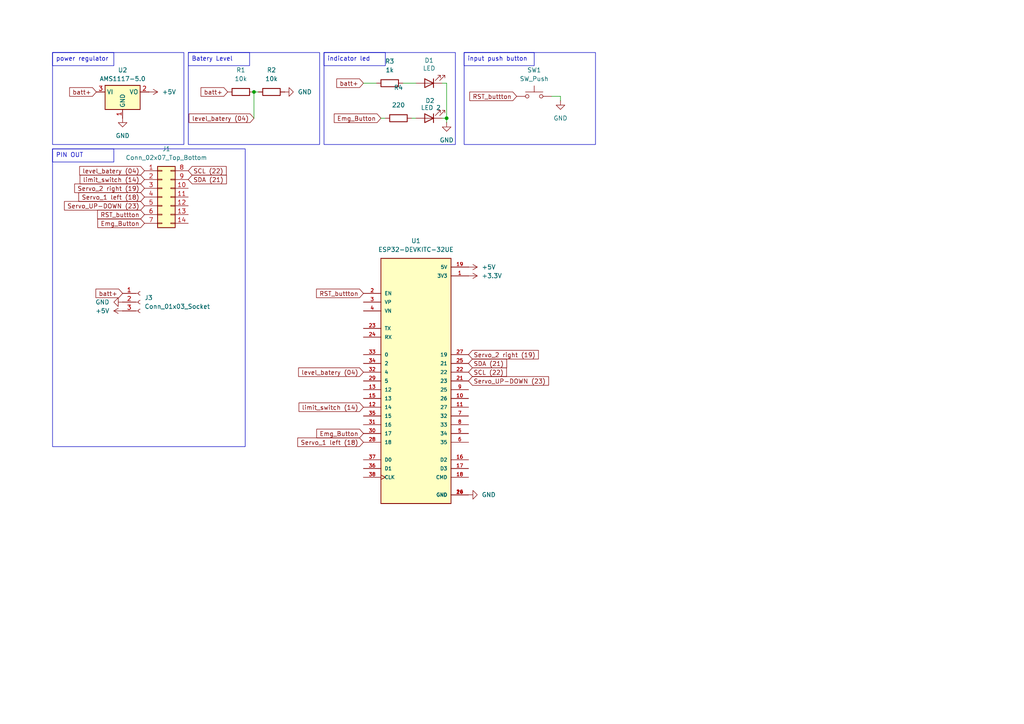
<source format=kicad_sch>
(kicad_sch (version 20250114) (generator "eeschema") (generator_version "9.0")
  (paper "A4")
  (lib_symbols
    (symbol "Connector:Conn_01x03_Socket" (pin_names (offset 1.016) (hide yes))
      (property "Reference" "J" (at 0 5.08 0))
      (property "Value" "Conn_01x03_Socket" (at 0 -5.08 0))
      (symbol "Conn_01x03_Socket_1_1"
        (polyline (pts (xy -1.27 2.54) (xy -0.508 2.54)) (stroke (width 0.1524)))
        (polyline (pts (xy -1.27 0) (xy -0.508 0)) (stroke (width 0.1524)))
        (polyline (pts (xy -1.27 -2.54) (xy -0.508 -2.54)) (stroke (width 0.1524)))
        (arc (start 0 2.032) (mid -0.5058 2.54) (end 0 3.048) (stroke (width 0.1524)))
        (arc (start 0 -0.508) (mid -0.5058 0) (end 0 0.508) (stroke (width 0.1524)))
        (arc (start 0 -3.048) (mid -0.5058 -2.54) (end 0 -2.032) (stroke (width 0.1524)))
        (pin passive line (at -5.08 2.54 0) (length 3.81) (name "Pin_1") (number "1"))
        (pin passive line (at -5.08 0 0) (length 3.81) (name "Pin_2") (number "2"))
        (pin passive line (at -5.08 -2.54 0) (length 3.81) (name "Pin_3") (number "3"))
      )
    )
    (symbol "Connector_Generic:Conn_02x07_Top_Bottom" (pin_names (offset 1.016) (hide yes))
      (property "Reference" "J" (at 1.27 10.16 0))
      (property "Value" "Conn_02x07_Top_Bottom" (at 1.27 -10.16 0))
      (symbol "Conn_02x07_Top_Bottom_1_1"
        (rectangle (start -1.27 8.89) (end 3.81 -8.89) (stroke (width 0.254)) (fill (type background)))
        (rectangle (start -1.27 7.747) (end 0 7.493) (stroke (width 0.1524)))
        (rectangle (start -1.27 5.207) (end 0 4.953) (stroke (width 0.1524)))
        (rectangle (start -1.27 2.667) (end 0 2.413) (stroke (width 0.1524)))
        (rectangle (start -1.27 0.127) (end 0 -0.127) (stroke (width 0.1524)))
        (rectangle (start -1.27 -2.413) (end 0 -2.667) (stroke (width 0.1524)))
        (rectangle (start -1.27 -4.953) (end 0 -5.207) (stroke (width 0.1524)))
        (rectangle (start -1.27 -7.493) (end 0 -7.747) (stroke (width 0.1524)))
        (rectangle (start 3.81 7.747) (end 2.54 7.493) (stroke (width 0.1524)))
        (rectangle (start 3.81 5.207) (end 2.54 4.953) (stroke (width 0.1524)))
        (rectangle (start 3.81 2.667) (end 2.54 2.413) (stroke (width 0.1524)))
        (rectangle (start 3.81 0.127) (end 2.54 -0.127) (stroke (width 0.1524)))
        (rectangle (start 3.81 -2.413) (end 2.54 -2.667) (stroke (width 0.1524)))
        (rectangle (start 3.81 -4.953) (end 2.54 -5.207) (stroke (width 0.1524)))
        (rectangle (start 3.81 -7.493) (end 2.54 -7.747) (stroke (width 0.1524)))
        (pin passive line (at -5.08 7.62 0) (length 3.81) (name "Pin_1") (number "1"))
        (pin passive line (at -5.08 5.08 0) (length 3.81) (name "Pin_2") (number "2"))
        (pin passive line (at -5.08 2.54 0) (length 3.81) (name "Pin_3") (number "3"))
        (pin passive line (at -5.08 0 0) (length 3.81) (name "Pin_4") (number "4"))
        (pin passive line (at -5.08 -2.54 0) (length 3.81) (name "Pin_5") (number "5"))
        (pin passive line (at -5.08 -5.08 0) (length 3.81) (name "Pin_6") (number "6"))
        (pin passive line (at -5.08 -7.62 0) (length 3.81) (name "Pin_7") (number "7"))
        (pin passive line (at 7.62 7.62 180) (length 3.81) (name "Pin_8") (number "8"))
        (pin passive line (at 7.62 5.08 180) (length 3.81) (name "Pin_9") (number "9"))
        (pin passive line (at 7.62 2.54 180) (length 3.81) (name "Pin_10") (number "10"))
        (pin passive line (at 7.62 0 180) (length 3.81) (name "Pin_11") (number "11"))
        (pin passive line (at 7.62 -2.54 180) (length 3.81) (name "Pin_12") (number "12"))
        (pin passive line (at 7.62 -5.08 180) (length 3.81) (name "Pin_13") (number "13"))
        (pin passive line (at 7.62 -7.62 180) (length 3.81) (name "Pin_14") (number "14"))
      )
    )
    (symbol "Device:LED" (pin_numbers (hide yes)) (pin_names (offset 1.016) (hide yes))
      (property "Reference" "D" (at 0 2.54 0))
      (property "Value" "LED" (at 0 -2.54 0))
      (symbol "LED_0_1"
        (polyline (pts (xy -3.048 -0.762) (xy -4.572 -2.286) (xy -3.81 -2.286) (xy -4.572 -2.286) (xy -4.572 -1.524)))
        (polyline (pts (xy -1.778 -0.762) (xy -3.302 -2.286) (xy -2.54 -2.286) (xy -3.302 -2.286) (xy -3.302 -1.524)))
        (polyline (pts (xy -1.27 0) (xy 1.27 0)))
        (polyline (pts (xy -1.27 -1.27) (xy -1.27 1.27)) (stroke (width 0.254)))
        (polyline (pts (xy 1.27 -1.27) (xy 1.27 1.27) (xy -1.27 0) (xy 1.27 -1.27)) (stroke (width 0.254)))
      )
      (symbol "LED_1_1"
        (pin passive line (at -3.81 0 0) (length 2.54) (name "K") (number "1"))
        (pin passive line (at 3.81 0 180) (length 2.54) (name "A") (number "2"))
      )
    )
    (symbol "Device:R" (pin_numbers (hide yes)) (pin_names (offset 0))
      (property "Reference" "R" (at 2.032 0 90))
      (property "Value" "R" (at 0 0 90))
      (symbol "R_0_1"
        (rectangle (start -1.016 -2.54) (end 1.016 2.54) (stroke (width 0.254)))
      )
      (symbol "R_1_1"
        (pin passive line (at 0 3.81 270) (length 1.27) (name "~") (number "1"))
        (pin passive line (at 0 -3.81 90) (length 1.27) (name "~") (number "2"))
      )
    )
    (symbol "ESP32-DEVKITC-32UE:ESP32-DEVKITC-32UE" (pin_names (offset 1.016))
      (property "Reference" "U" (at -10.16 36.83 0))
      (property "Value" "ESP32-DEVKITC-32UE" (at -10.16 -38.1 0))
      (symbol "ESP32-DEVKITC-32UE_0_0"
        (rectangle (start -10.16 -35.56) (end 10.16 35.56) (stroke (width 0.254)) (fill (type background)))
        (pin input line (at -15.24 25.4 0) (length 5.08) (name "EN") (number "2"))
        (pin input line (at -15.24 22.86 0) (length 5.08) (name "VP") (number "3"))
        (pin input line (at -15.24 20.32 0) (length 5.08) (name "VN") (number "4"))
        (pin bidirectional line (at -15.24 15.24 0) (length 5.08) (name "TX") (number "23"))
        (pin bidirectional line (at -15.24 12.7 0) (length 5.08) (name "RX") (number "24"))
        (pin bidirectional line (at -15.24 7.62 0) (length 5.08) (name "0") (number "33"))
        (pin bidirectional line (at -15.24 5.08 0) (length 5.08) (name "2") (number "34"))
        (pin bidirectional line (at -15.24 2.54 0) (length 5.08) (name "4") (number "32"))
        (pin bidirectional line (at -15.24 0 0) (length 5.08) (name "5") (number "29"))
        (pin bidirectional line (at -15.24 -2.54 0) (length 5.08) (name "12") (number "13"))
        (pin bidirectional line (at -15.24 -5.08 0) (length 5.08) (name "13") (number "15"))
        (pin bidirectional line (at -15.24 -7.62 0) (length 5.08) (name "14") (number "12"))
        (pin bidirectional line (at -15.24 -10.16 0) (length 5.08) (name "15") (number "35"))
        (pin bidirectional line (at -15.24 -12.7 0) (length 5.08) (name "16") (number "31"))
        (pin bidirectional line (at -15.24 -15.24 0) (length 5.08) (name "17") (number "30"))
        (pin bidirectional line (at -15.24 -17.78 0) (length 5.08) (name "18") (number "28"))
        (pin bidirectional line (at -15.24 -22.86 0) (length 5.08) (name "D0") (number "37"))
        (pin bidirectional line (at -15.24 -25.4 0) (length 5.08) (name "D1") (number "36"))
        (pin bidirectional clock (at -15.24 -27.94 0) (length 5.08) (name "CLK") (number "38"))
        (pin power_in line (at 15.24 33.02 180) (length 5.08) (name "5V") (number "19"))
        (pin power_in line (at 15.24 30.48 180) (length 5.08) (name "3V3") (number "1"))
        (pin bidirectional line (at 15.24 7.62 180) (length 5.08) (name "19") (number "27"))
        (pin bidirectional line (at 15.24 5.08 180) (length 5.08) (name "21") (number "25"))
        (pin bidirectional line (at 15.24 2.54 180) (length 5.08) (name "22") (number "22"))
        (pin bidirectional line (at 15.24 0 180) (length 5.08) (name "23") (number "21"))
        (pin bidirectional line (at 15.24 -2.54 180) (length 5.08) (name "25") (number "9"))
        (pin bidirectional line (at 15.24 -5.08 180) (length 5.08) (name "26") (number "10"))
        (pin bidirectional line (at 15.24 -7.62 180) (length 5.08) (name "27") (number "11"))
        (pin bidirectional line (at 15.24 -10.16 180) (length 5.08) (name "32") (number "7"))
        (pin bidirectional line (at 15.24 -12.7 180) (length 5.08) (name "33") (number "8"))
        (pin bidirectional line (at 15.24 -15.24 180) (length 5.08) (name "34") (number "5"))
        (pin bidirectional line (at 15.24 -17.78 180) (length 5.08) (name "35") (number "6"))
        (pin bidirectional line (at 15.24 -22.86 180) (length 5.08) (name "D2") (number "16"))
        (pin bidirectional line (at 15.24 -25.4 180) (length 5.08) (name "D3") (number "17"))
        (pin bidirectional line (at 15.24 -27.94 180) (length 5.08) (name "CMD") (number "18"))
        (pin power_in line (at 15.24 -33.02 180) (length 5.08) (name "GND") (number "14"))
        (pin power_in line (at 15.24 -33.02 180) (length 5.08) (name "GND") (number "20"))
        (pin power_in line (at 15.24 -33.02 180) (length 5.08) (name "GND") (number "26"))
      )
    )
    (symbol "Regulator_Linear:AMS1117-5.0"
      (property "Reference" "U" (at -3.81 3.175 0))
      (property "Value" "AMS1117-5.0" (at 0 3.175 0))
      (symbol "AMS1117-5.0_0_1"
        (rectangle (start -5.08 -5.08) (end 5.08 1.905) (stroke (width 0.254)) (fill (type background)))
      )
      (symbol "AMS1117-5.0_1_1"
        (pin power_in line (at -7.62 0 0) (length 2.54) (name "VI") (number "3"))
        (pin power_in line (at 0 -7.62 90) (length 2.54) (name "GND") (number "1"))
        (pin power_out line (at 7.62 0 180) (length 2.54) (name "VO") (number "2"))
      )
    )
    (symbol "Switch:SW_Push" (pin_numbers (hide yes)) (pin_names (offset 1.016) (hide yes))
      (property "Reference" "SW" (at 1.27 2.54 0))
      (property "Value" "SW_Push" (at 0 -1.524 0))
      (symbol "SW_Push_0_1"
        (circle (center -2.032 0) (radius 0.508))
        (polyline (pts (xy 0 1.27) (xy 0 3.048)))
        (circle (center 2.032 0) (radius 0.508))
        (polyline (pts (xy 2.54 1.27) (xy -2.54 1.27)))
        (pin passive line (at -5.08 0 0) (length 2.54) (name "1") (number "1"))
        (pin passive line (at 5.08 0 180) (length 2.54) (name "2") (number "2"))
      )
    )
    (symbol "power:+3.3V" (power) (pin_numbers (hide yes)) (pin_names (offset 0) (hide yes))
      (property "Value" "+3.3V" (at 0 3.556 0))
      (symbol "+3.3V_0_1"
        (polyline (pts (xy -0.762 1.27) (xy 0 2.54)))
        (polyline (pts (xy 0 2.54) (xy 0.762 1.27)))
        (polyline (pts (xy 0 0) (xy 0 2.54)))
      )
      (symbol "+3.3V_1_1"
        (pin power_in line (at 0 0 90) (length 0) (name "~") (number "1"))
      )
    )
    (symbol "power:+5V" (power) (pin_numbers (hide yes)) (pin_names (offset 0) (hide yes))
      (property "Value" "+5V" (at 0 3.556 0))
      (symbol "+5V_0_1"
        (polyline (pts (xy -0.762 1.27) (xy 0 2.54)))
        (polyline (pts (xy 0 2.54) (xy 0.762 1.27)))
        (polyline (pts (xy 0 0) (xy 0 2.54)))
      )
      (symbol "+5V_1_1"
        (pin power_in line (at 0 0 90) (length 0) (name "~") (number "1"))
      )
    )
    (symbol "power:GND" (power) (pin_numbers (hide yes)) (pin_names (offset 0) (hide yes))
      (property "Value" "GND" (at 0 -3.81 0))
      (symbol "GND_0_1"
        (polyline (pts (xy 0 0) (xy 0 -1.27) (xy 1.27 -1.27) (xy 0 -2.54) (xy -1.27 -1.27) (xy 0 -1.27)))
      )
      (symbol "GND_1_1"
        (pin power_in line (at 0 0 270) (length 0) (name "~") (number "1"))
      )
    )
  )
  (rectangle (start 93.98 15.24) (end 132.08 41.91))
  (rectangle (start 15.24 15.24) (end 53.34 41.91))
  (rectangle (start 54.61 15.24) (end 92.71 41.91))
  (rectangle (start 134.62 15.24) (end 172.72 41.91))
  (rectangle (start 15.24 43.18) (end 71.12 129.54))
  (text_box "input push button\n" (at 134.62 15.24 0) (size 20.32 3.81) (margins 0.9525 0.9525 0.9525 0.9525) (effects (font (size 1.27 1.27)) (justify left top)))
  (text_box "power regulator\n" (at 15.24 15.24 0) (size 17.78 3.81) (margins 0.9525 0.9525 0.9525 0.9525) (effects (font (size 1.27 1.27)) (justify left top)))
  (text_box "PIN OUT" (at 15.24 43.18 0) (size 17.78 3.81) (margins 0.9525 0.9525 0.9525 0.9525) (effects (font (size 1.27 1.27)) (justify left top)))
  (text_box "Batery Level" (at 54.61 15.24 0) (size 17.78 3.81) (margins 0.9525 0.9525 0.9525 0.9525) (effects (font (size 1.27 1.27)) (justify left top)))
  (text_box "indicator led" (at 93.98 15.24 0) (size 17.78 3.81) (margins 0.9525 0.9525 0.9525 0.9525) (effects (font (size 1.27 1.27)) (justify left top)))
  (junction (at 129.54 34.29))
  (junction (at 73.66 26.67))
  (wire (pts (xy 129.54 24.13) (xy 129.54 34.29)))
  (wire (pts (xy 111.76 34.29) (xy 110.49 34.29)))
  (wire (pts (xy 129.54 34.29) (xy 128.27 34.29)))
  (wire (pts (xy 109.22 24.13) (xy 105.41 24.13)))
  (wire (pts (xy 116.84 24.13) (xy 120.65 24.13)))
  (wire (pts (xy 73.66 26.67) (xy 73.66 34.29)))
  (wire (pts (xy 129.54 24.13) (xy 128.27 24.13)))
  (wire (pts (xy 73.66 26.67) (xy 74.93 26.67)))
  (wire (pts (xy 119.38 34.29) (xy 120.65 34.29)))
  (wire (pts (xy 160.02 27.94) (xy 162.56 27.94)))
  (wire (pts (xy 129.54 34.29) (xy 129.54 35.56)))
  (wire (pts (xy 162.56 29.21) (xy 162.56 27.94)))
  (global_label "RST_buttton" (shape input) (at 105.41 85.09 180) (property "Intersheetrefs" "${INTERSHEET_REFS}" (effects (hide yes))))
  (global_label "batt+" (shape input) (at 105.41 24.13 180) (property "Intersheetrefs" "${INTERSHEET_REFS}" (effects (hide yes))))
  (global_label "limit_switch (14)" (shape input) (at 105.41 118.11 180) (property "Intersheetrefs" "${INTERSHEET_REFS}" (effects (hide yes))))
  (global_label "Servo_2 right (19)" (shape input) (at 41.91 54.61 180) (property "Intersheetrefs" "${INTERSHEET_REFS}" (effects (hide yes))))
  (global_label "batt+" (shape input) (at 66.04 26.67 180) (property "Intersheetrefs" "${INTERSHEET_REFS}" (effects (hide yes))))
  (global_label "Emg_Button" (shape input) (at 110.49 34.29 180) (property "Intersheetrefs" "${INTERSHEET_REFS}" (effects (hide yes))))
  (global_label "level_batery (04)" (shape input) (at 41.91 49.53 180) (property "Intersheetrefs" "${INTERSHEET_REFS}" (effects (hide yes))))
  (global_label "SCL (22)" (shape input) (at 54.61 49.53 0) (property "Intersheetrefs" "${INTERSHEET_REFS}" (effects (hide yes))))
  (global_label "Servo_UP-DOWN (23)" (shape input) (at 41.91 59.69 180) (property "Intersheetrefs" "${INTERSHEET_REFS}" (effects (hide yes))))
  (global_label "SDA (21)" (shape input) (at 135.89 105.41 0) (property "Intersheetrefs" "${INTERSHEET_REFS}" (effects (hide yes))))
  (global_label "batt+" (shape input) (at 35.56 85.09 180) (property "Intersheetrefs" "${INTERSHEET_REFS}" (effects (hide yes))))
  (global_label "Emg_Button" (shape input) (at 41.91 64.77 180) (property "Intersheetrefs" "${INTERSHEET_REFS}" (effects (hide yes))))
  (global_label "limit_switch (14)" (shape input) (at 41.91 52.07 180) (property "Intersheetrefs" "${INTERSHEET_REFS}" (effects (hide yes))))
  (global_label "Servo_1 left (18)" (shape input) (at 41.91 57.15 180) (property "Intersheetrefs" "${INTERSHEET_REFS}" (effects (hide yes))))
  (global_label "Servo_UP-DOWN (23)" (shape input) (at 135.89 110.49 0) (property "Intersheetrefs" "${INTERSHEET_REFS}" (effects (hide yes))))
  (global_label "level_batery (04)" (shape input) (at 105.41 107.95 180) (property "Intersheetrefs" "${INTERSHEET_REFS}" (effects (hide yes))))
  (global_label "level_batery (04)" (shape input) (at 73.66 34.29 180) (property "Intersheetrefs" "${INTERSHEET_REFS}" (effects (hide yes))))
  (global_label "Emg_Button" (shape input) (at 105.41 125.73 180) (property "Intersheetrefs" "${INTERSHEET_REFS}" (effects (hide yes))))
  (global_label "RST_buttton" (shape input) (at 149.86 27.94 180) (property "Intersheetrefs" "${INTERSHEET_REFS}" (effects (hide yes))))
  (global_label "Servo_1 left (18)" (shape input) (at 105.41 128.27 180) (property "Intersheetrefs" "${INTERSHEET_REFS}" (effects (hide yes))))
  (global_label "SDA (21)" (shape input) (at 54.61 52.07 0) (property "Intersheetrefs" "${INTERSHEET_REFS}" (effects (hide yes))))
  (global_label "Servo_2 right (19)" (shape input) (at 135.89 102.87 0) (property "Intersheetrefs" "${INTERSHEET_REFS}" (effects (hide yes))))
  (global_label "batt+" (shape input) (at 27.94 26.67 180) (property "Intersheetrefs" "${INTERSHEET_REFS}" (effects (hide yes))))
  (global_label "RST_buttton" (shape input) (at 41.91 62.23 180) (property "Intersheetrefs" "${INTERSHEET_REFS}" (effects (hide yes))))
  (global_label "SCL (22)" (shape input) (at 135.89 107.95 0) (property "Intersheetrefs" "${INTERSHEET_REFS}" (effects (hide yes))))
  (symbol (lib_id "power:GND") (at 35.56 34.29 0) (unit 1)
    (property "Reference" "#PWR08" (effects (hide yes)))
    (property "Value" "GND" (at 35.56 39.37 0))
    (property "Description" "Power symbol creates a global label with name \"GND\" , ground" (effects (hide yes)))
  )
  (symbol (lib_id "power:GND") (at 129.54 35.56 0) (unit 1)
    (property "Reference" "#PWR011" (effects (hide yes)))
    (property "Value" "GND" (at 129.54 40.64 0))
    (property "Description" "Power symbol creates a global label with name \"GND\" , ground" (effects (hide yes)))
  )
  (symbol (lib_id "Device:R") (at 69.85 26.67 90) (unit 1)
    (property "Reference" "R1" (at 69.85 20.32 90))
    (property "Value" "10k" (at 69.85 22.86 90))
    (property "Footprint" "Resistor_THT:R_Axial_DIN0207_L6.3mm_D2.5mm_P10.16mm_Horizontal" (effects (hide yes)))
    (property "Description" "Resistor" (effects (hide yes)))
  )
  (symbol (lib_id "Device:LED") (at 124.46 34.29 180) (unit 1)
    (property "Reference" "D2" (at 124.714 29.21 0))
    (property "Value" "LED 2" (at 124.968 31.242 0))
    (property "Footprint" "LED_THT:LED_D5.0mm" (effects (hide yes)))
    (property "Description" "Light emitting diode" (effects (hide yes)))
    (property "Sim.Pins" "1=K 2=A" (effects (hide yes)))
  )
  (symbol (lib_id "Connector_Generic:Conn_02x07_Top_Bottom") (at 46.99 57.15 0) (unit 1)
    (property "Reference" "J1" (at 48.26 43.18 0))
    (property "Value" "Conn_02x07_Top_Bottom" (at 48.26 45.72 0))
    (property "Footprint" "Connector_PinHeader_2.54mm:PinHeader_2x07_P2.54mm_Vertical" (effects (hide yes)))
    (property "Description" "Generic connector, double row, 02x07, top/bottom pin numbering scheme (row 1: 1...pins_per_row, row2: pins_per_row+1 ... num_pins), script generated (kicad-library-utils/schlib/autogen/connector/)" (effects (hide yes)))
  )
  (symbol (lib_id "power:+5V") (at 135.89 77.47 270) (unit 1)
    (property "Reference" "#PWR01" (effects (hide yes)))
    (property "Value" "+5V" (at 139.7 77.4699 90) (effects (justify left)))
    (property "Description" "Power symbol creates a global label with name \"+5V\"" (effects (hide yes)))
  )
  (symbol (lib_id "Regulator_Linear:AMS1117-5.0") (at 35.56 26.67 0) (unit 1)
    (property "Reference" "U2" (at 35.56 20.32 0))
    (property "Value" "AMS1117-5.0" (at 35.56 22.86 0))
    (property "Footprint" "Package_TO_SOT_SMD:SOT-223-3_TabPin2" (effects (hide yes)))
    (property "Datasheet" "http://www.advanced-monolithic.com/pdf/ds1117.pdf" (effects (hide yes)))
    (property "Description" "1A Low Dropout regulator, positive, 5.0V fixed output, SOT-223" (effects (hide yes)))
  )
  (symbol (lib_id "Device:R") (at 78.74 26.67 90) (unit 1)
    (property "Reference" "R2" (at 78.74 20.32 90))
    (property "Value" "10k" (at 78.74 22.86 90))
    (property "Footprint" "Resistor_THT:R_Axial_DIN0207_L6.3mm_D2.5mm_P10.16mm_Horizontal" (effects (hide yes)))
    (property "Description" "Resistor" (effects (hide yes)))
  )
  (symbol (lib_id "Switch:SW_Push") (at 154.94 27.94 0) (unit 1)
    (property "Reference" "SW1" (at 154.94 20.32 0))
    (property "Value" "SW_Push" (at 154.94 22.86 0))
    (property "Footprint" "Button_Switch_THT:SW_PUSH_6mm" (effects (hide yes)))
    (property "Description" "Push button switch, generic, two pins" (effects (hide yes)))
  )
  (symbol (lib_id "ESP32-DEVKITC-32UE:ESP32-DEVKITC-32UE") (at 120.65 110.49 0) (unit 1)
    (property "Reference" "U1" (at 120.65 69.85 0))
    (property "Value" "ESP32-DEVKITC-32UE" (at 120.65 72.39 0))
    (property "Footprint" "ESP32-DEVKITC-32UE:ESPRESSIF_ESP32-DEVKITC-32UE" (effects (hide yes)))
    (property "DigiKey_Part_Number" "1965-ESP32-DEVKITC-32UE-ND" (effects (hide yes)))
    (property "SnapEDA_Link" "https://www.snapeda.com/parts/ESP32-DEVKITC-32UE/Espressif+Systems/view-part/?ref=snap" (effects (hide yes)))
    (property "MAXIMUM_PACKAGE_HEIGHT" "N/A" (effects (hide yes)))
    (property "Package" "CUSTOM-38 ESPRESSIF" (effects (hide yes)))
    (property "Check_prices" "https://www.snapeda.com/parts/ESP32-DEVKITC-32UE/Espressif+Systems/view-part/?ref=eda" (effects (hide yes)))
    (property "STANDARD" "Manufacturer Recommendations" (effects (hide yes)))
    (property "PARTREV" "V4" (effects (hide yes)))
    (property "MF" "Espressif Systems" (effects (hide yes)))
    (property "MP" "ESP32-DEVKITC-32UE" (effects (hide yes)))
    (property "Description_1" "The ESP32-DEVKITC-32UE evaluation board from Espressif Systems is designed for seamless wireless connectivity in IoT applications. Powered by the ESP32-WROOM-32UE module, it supports dual-mode Bluetooth® Smart Ready 4.x and 802.11 b/g/n Wi-Fi at 2.4GHz. The board features a robust Xtensa® dual-core 32-bit LX6 microprocessor and is equipped with 4MB flash for efficient handling of complex tasks. It includes 26 GPIO pins and an IPEX U.FL antenna for flexible interfacing and reliable wireless performance." (effects (hide yes)))
    (property "MANUFACTURER" "Espressif" (effects (hide yes)))
    (property "SNAPEDA_PN" "ESP32-DEVKITC-32UE" (effects (hide yes)))
  )
  (symbol (lib_id "power:+3.3V") (at 135.89 80.01 270) (unit 1)
    (property "Reference" "#PWR02" (effects (hide yes)))
    (property "Value" "+3.3V" (at 139.7 80.0099 90) (effects (justify left)))
    (property "Description" "Power symbol creates a global label with name \"+3.3V\"" (effects (hide yes)))
  )
  (symbol (lib_id "power:GND") (at 35.56 87.63 270) (unit 1)
    (property "Reference" "#PWR04" (effects (hide yes)))
    (property "Value" "GND" (at 31.75 87.6299 90) (effects (justify right)))
    (property "Description" "Power symbol creates a global label with name \"GND\" , ground" (effects (hide yes)))
  )
  (symbol (lib_id "power:+5V") (at 43.18 26.67 270) (unit 1)
    (property "Reference" "#PWR09" (effects (hide yes)))
    (property "Value" "+5V" (at 46.99 26.6699 90) (effects (justify left)))
    (property "Description" "Power symbol creates a global label with name \"+5V\"" (effects (hide yes)))
  )
  (symbol (lib_id "power:GND") (at 135.89 143.51 90) (unit 1)
    (property "Reference" "#PWR03" (effects (hide yes)))
    (property "Value" "GND" (at 139.7 143.5099 90) (effects (justify right)))
    (property "Description" "Power symbol creates a global label with name \"GND\" , ground" (effects (hide yes)))
  )
  (symbol (lib_id "Device:R") (at 115.57 34.29 90) (unit 1)
    (property "Reference" "R4" (at 115.57 25.4 90))
    (property "Value" "220" (at 115.57 30.48 90))
    (property "Footprint" "Resistor_THT:R_Axial_DIN0207_L6.3mm_D2.5mm_P10.16mm_Horizontal" (effects (hide yes)))
    (property "Description" "Resistor" (effects (hide yes)))
  )
  (symbol (lib_id "Device:R") (at 113.03 24.13 90) (unit 1)
    (property "Reference" "R3" (at 113.03 17.78 90))
    (property "Value" "1k" (at 113.03 20.32 90))
    (property "Footprint" "Resistor_THT:R_Axial_DIN0207_L6.3mm_D2.5mm_P10.16mm_Horizontal" (effects (hide yes)))
    (property "Description" "Resistor" (effects (hide yes)))
  )
  (symbol (lib_id "Device:LED") (at 124.46 24.13 180) (unit 1)
    (property "Reference" "D1" (at 124.46 17.526 0))
    (property "Value" "LED" (at 124.46 19.812 0))
    (property "Footprint" "LED_THT:LED_D5.0mm" (effects (hide yes)))
    (property "Description" "Light emitting diode" (effects (hide yes)))
    (property "Sim.Pins" "1=K 2=A" (effects (hide yes)))
  )
  (symbol (lib_id "power:GND") (at 162.56 29.21 0) (unit 1)
    (property "Reference" "#PWR013" (effects (hide yes)))
    (property "Value" "GND" (at 162.56 34.29 0))
    (property "Description" "Power symbol creates a global label with name \"GND\" , ground" (effects (hide yes)))
  )
  (symbol (lib_id "Connector:Conn_01x03_Socket") (at 40.64 87.63 0) (unit 1)
    (property "Reference" "J3" (at 41.91 86.3599 0) (effects (justify left)))
    (property "Value" "Conn_01x03_Socket" (at 41.91 88.8999 0) (effects (justify left)))
    (property "Footprint" "TerminalBlock:TerminalBlock_MaiXu_MX126-5.0-03P_1x03_P5.00mm" (effects (hide yes)))
    (property "Description" "Generic connector, single row, 01x03, script generated" (effects (hide yes)))
  )
  (symbol (lib_id "power:+5V") (at 35.56 90.17 90) (unit 1)
    (property "Reference" "#PWR05" (effects (hide yes)))
    (property "Value" "+5V" (at 31.75 90.1699 90) (effects (justify left)))
    (property "Description" "Power symbol creates a global label with name \"+5V\"" (effects (hide yes)))
  )
  (symbol (lib_id "power:GND") (at 82.55 26.67 90) (unit 1)
    (property "Reference" "#PWR010" (effects (hide yes)))
    (property "Value" "GND" (at 86.36 26.6699 90) (effects (justify right)))
    (property "Description" "Power symbol creates a global label with name \"GND\" , ground" (effects (hide yes)))
  )
)
</source>
